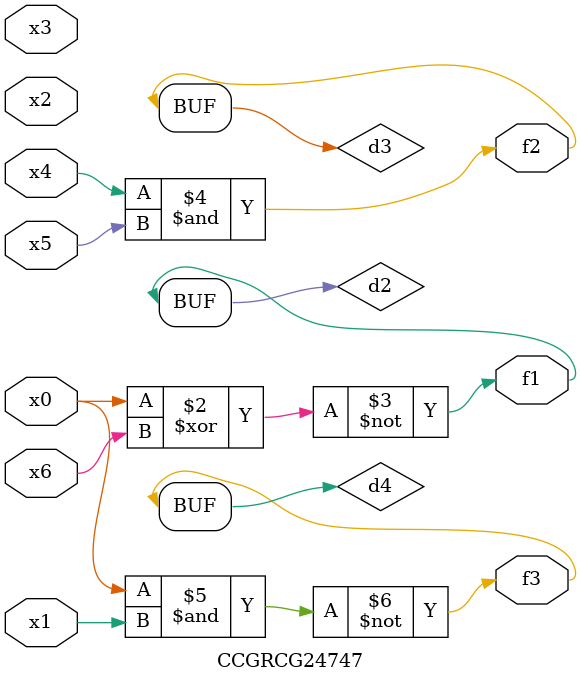
<source format=v>
module CCGRCG24747(
	input x0, x1, x2, x3, x4, x5, x6,
	output f1, f2, f3
);

	wire d1, d2, d3, d4;

	nor (d1, x0);
	xnor (d2, x0, x6);
	and (d3, x4, x5);
	nand (d4, x0, x1);
	assign f1 = d2;
	assign f2 = d3;
	assign f3 = d4;
endmodule

</source>
